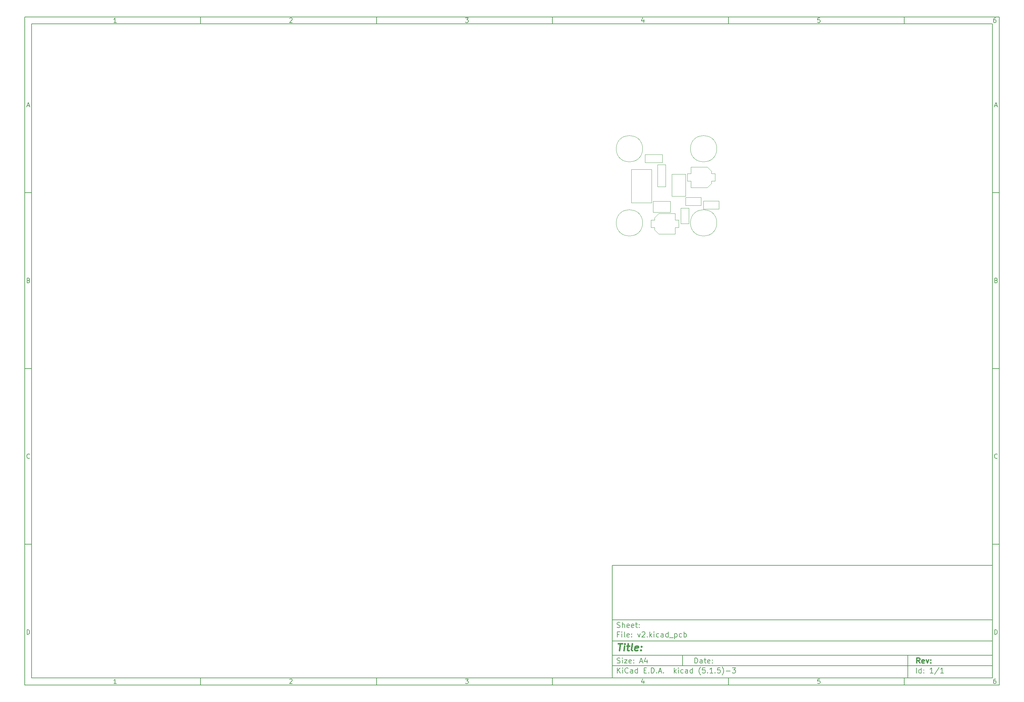
<source format=gbr>
G04 #@! TF.GenerationSoftware,KiCad,Pcbnew,(5.1.5)-3*
G04 #@! TF.CreationDate,2020-05-09T15:27:07-04:00*
G04 #@! TF.ProjectId,v2,76322e6b-6963-4616-945f-706362585858,rev?*
G04 #@! TF.SameCoordinates,Original*
G04 #@! TF.FileFunction,Other,User*
%FSLAX46Y46*%
G04 Gerber Fmt 4.6, Leading zero omitted, Abs format (unit mm)*
G04 Created by KiCad (PCBNEW (5.1.5)-3) date 2020-05-09 15:27:07*
%MOMM*%
%LPD*%
G04 APERTURE LIST*
%ADD10C,0.100000*%
%ADD11C,0.150000*%
%ADD12C,0.300000*%
%ADD13C,0.400000*%
%ADD14C,0.050000*%
G04 APERTURE END LIST*
D10*
D11*
X177002200Y-166007200D02*
X177002200Y-198007200D01*
X285002200Y-198007200D01*
X285002200Y-166007200D01*
X177002200Y-166007200D01*
D10*
D11*
X10000000Y-10000000D02*
X10000000Y-200007200D01*
X287002200Y-200007200D01*
X287002200Y-10000000D01*
X10000000Y-10000000D01*
D10*
D11*
X12000000Y-12000000D02*
X12000000Y-198007200D01*
X285002200Y-198007200D01*
X285002200Y-12000000D01*
X12000000Y-12000000D01*
D10*
D11*
X60000000Y-12000000D02*
X60000000Y-10000000D01*
D10*
D11*
X110000000Y-12000000D02*
X110000000Y-10000000D01*
D10*
D11*
X160000000Y-12000000D02*
X160000000Y-10000000D01*
D10*
D11*
X210000000Y-12000000D02*
X210000000Y-10000000D01*
D10*
D11*
X260000000Y-12000000D02*
X260000000Y-10000000D01*
D10*
D11*
X36065476Y-11588095D02*
X35322619Y-11588095D01*
X35694047Y-11588095D02*
X35694047Y-10288095D01*
X35570238Y-10473809D01*
X35446428Y-10597619D01*
X35322619Y-10659523D01*
D10*
D11*
X85322619Y-10411904D02*
X85384523Y-10350000D01*
X85508333Y-10288095D01*
X85817857Y-10288095D01*
X85941666Y-10350000D01*
X86003571Y-10411904D01*
X86065476Y-10535714D01*
X86065476Y-10659523D01*
X86003571Y-10845238D01*
X85260714Y-11588095D01*
X86065476Y-11588095D01*
D10*
D11*
X135260714Y-10288095D02*
X136065476Y-10288095D01*
X135632142Y-10783333D01*
X135817857Y-10783333D01*
X135941666Y-10845238D01*
X136003571Y-10907142D01*
X136065476Y-11030952D01*
X136065476Y-11340476D01*
X136003571Y-11464285D01*
X135941666Y-11526190D01*
X135817857Y-11588095D01*
X135446428Y-11588095D01*
X135322619Y-11526190D01*
X135260714Y-11464285D01*
D10*
D11*
X185941666Y-10721428D02*
X185941666Y-11588095D01*
X185632142Y-10226190D02*
X185322619Y-11154761D01*
X186127380Y-11154761D01*
D10*
D11*
X236003571Y-10288095D02*
X235384523Y-10288095D01*
X235322619Y-10907142D01*
X235384523Y-10845238D01*
X235508333Y-10783333D01*
X235817857Y-10783333D01*
X235941666Y-10845238D01*
X236003571Y-10907142D01*
X236065476Y-11030952D01*
X236065476Y-11340476D01*
X236003571Y-11464285D01*
X235941666Y-11526190D01*
X235817857Y-11588095D01*
X235508333Y-11588095D01*
X235384523Y-11526190D01*
X235322619Y-11464285D01*
D10*
D11*
X285941666Y-10288095D02*
X285694047Y-10288095D01*
X285570238Y-10350000D01*
X285508333Y-10411904D01*
X285384523Y-10597619D01*
X285322619Y-10845238D01*
X285322619Y-11340476D01*
X285384523Y-11464285D01*
X285446428Y-11526190D01*
X285570238Y-11588095D01*
X285817857Y-11588095D01*
X285941666Y-11526190D01*
X286003571Y-11464285D01*
X286065476Y-11340476D01*
X286065476Y-11030952D01*
X286003571Y-10907142D01*
X285941666Y-10845238D01*
X285817857Y-10783333D01*
X285570238Y-10783333D01*
X285446428Y-10845238D01*
X285384523Y-10907142D01*
X285322619Y-11030952D01*
D10*
D11*
X60000000Y-198007200D02*
X60000000Y-200007200D01*
D10*
D11*
X110000000Y-198007200D02*
X110000000Y-200007200D01*
D10*
D11*
X160000000Y-198007200D02*
X160000000Y-200007200D01*
D10*
D11*
X210000000Y-198007200D02*
X210000000Y-200007200D01*
D10*
D11*
X260000000Y-198007200D02*
X260000000Y-200007200D01*
D10*
D11*
X36065476Y-199595295D02*
X35322619Y-199595295D01*
X35694047Y-199595295D02*
X35694047Y-198295295D01*
X35570238Y-198481009D01*
X35446428Y-198604819D01*
X35322619Y-198666723D01*
D10*
D11*
X85322619Y-198419104D02*
X85384523Y-198357200D01*
X85508333Y-198295295D01*
X85817857Y-198295295D01*
X85941666Y-198357200D01*
X86003571Y-198419104D01*
X86065476Y-198542914D01*
X86065476Y-198666723D01*
X86003571Y-198852438D01*
X85260714Y-199595295D01*
X86065476Y-199595295D01*
D10*
D11*
X135260714Y-198295295D02*
X136065476Y-198295295D01*
X135632142Y-198790533D01*
X135817857Y-198790533D01*
X135941666Y-198852438D01*
X136003571Y-198914342D01*
X136065476Y-199038152D01*
X136065476Y-199347676D01*
X136003571Y-199471485D01*
X135941666Y-199533390D01*
X135817857Y-199595295D01*
X135446428Y-199595295D01*
X135322619Y-199533390D01*
X135260714Y-199471485D01*
D10*
D11*
X185941666Y-198728628D02*
X185941666Y-199595295D01*
X185632142Y-198233390D02*
X185322619Y-199161961D01*
X186127380Y-199161961D01*
D10*
D11*
X236003571Y-198295295D02*
X235384523Y-198295295D01*
X235322619Y-198914342D01*
X235384523Y-198852438D01*
X235508333Y-198790533D01*
X235817857Y-198790533D01*
X235941666Y-198852438D01*
X236003571Y-198914342D01*
X236065476Y-199038152D01*
X236065476Y-199347676D01*
X236003571Y-199471485D01*
X235941666Y-199533390D01*
X235817857Y-199595295D01*
X235508333Y-199595295D01*
X235384523Y-199533390D01*
X235322619Y-199471485D01*
D10*
D11*
X285941666Y-198295295D02*
X285694047Y-198295295D01*
X285570238Y-198357200D01*
X285508333Y-198419104D01*
X285384523Y-198604819D01*
X285322619Y-198852438D01*
X285322619Y-199347676D01*
X285384523Y-199471485D01*
X285446428Y-199533390D01*
X285570238Y-199595295D01*
X285817857Y-199595295D01*
X285941666Y-199533390D01*
X286003571Y-199471485D01*
X286065476Y-199347676D01*
X286065476Y-199038152D01*
X286003571Y-198914342D01*
X285941666Y-198852438D01*
X285817857Y-198790533D01*
X285570238Y-198790533D01*
X285446428Y-198852438D01*
X285384523Y-198914342D01*
X285322619Y-199038152D01*
D10*
D11*
X10000000Y-60000000D02*
X12000000Y-60000000D01*
D10*
D11*
X10000000Y-110000000D02*
X12000000Y-110000000D01*
D10*
D11*
X10000000Y-160000000D02*
X12000000Y-160000000D01*
D10*
D11*
X10690476Y-35216666D02*
X11309523Y-35216666D01*
X10566666Y-35588095D02*
X11000000Y-34288095D01*
X11433333Y-35588095D01*
D10*
D11*
X11092857Y-84907142D02*
X11278571Y-84969047D01*
X11340476Y-85030952D01*
X11402380Y-85154761D01*
X11402380Y-85340476D01*
X11340476Y-85464285D01*
X11278571Y-85526190D01*
X11154761Y-85588095D01*
X10659523Y-85588095D01*
X10659523Y-84288095D01*
X11092857Y-84288095D01*
X11216666Y-84350000D01*
X11278571Y-84411904D01*
X11340476Y-84535714D01*
X11340476Y-84659523D01*
X11278571Y-84783333D01*
X11216666Y-84845238D01*
X11092857Y-84907142D01*
X10659523Y-84907142D01*
D10*
D11*
X11402380Y-135464285D02*
X11340476Y-135526190D01*
X11154761Y-135588095D01*
X11030952Y-135588095D01*
X10845238Y-135526190D01*
X10721428Y-135402380D01*
X10659523Y-135278571D01*
X10597619Y-135030952D01*
X10597619Y-134845238D01*
X10659523Y-134597619D01*
X10721428Y-134473809D01*
X10845238Y-134350000D01*
X11030952Y-134288095D01*
X11154761Y-134288095D01*
X11340476Y-134350000D01*
X11402380Y-134411904D01*
D10*
D11*
X10659523Y-185588095D02*
X10659523Y-184288095D01*
X10969047Y-184288095D01*
X11154761Y-184350000D01*
X11278571Y-184473809D01*
X11340476Y-184597619D01*
X11402380Y-184845238D01*
X11402380Y-185030952D01*
X11340476Y-185278571D01*
X11278571Y-185402380D01*
X11154761Y-185526190D01*
X10969047Y-185588095D01*
X10659523Y-185588095D01*
D10*
D11*
X287002200Y-60000000D02*
X285002200Y-60000000D01*
D10*
D11*
X287002200Y-110000000D02*
X285002200Y-110000000D01*
D10*
D11*
X287002200Y-160000000D02*
X285002200Y-160000000D01*
D10*
D11*
X285692676Y-35216666D02*
X286311723Y-35216666D01*
X285568866Y-35588095D02*
X286002200Y-34288095D01*
X286435533Y-35588095D01*
D10*
D11*
X286095057Y-84907142D02*
X286280771Y-84969047D01*
X286342676Y-85030952D01*
X286404580Y-85154761D01*
X286404580Y-85340476D01*
X286342676Y-85464285D01*
X286280771Y-85526190D01*
X286156961Y-85588095D01*
X285661723Y-85588095D01*
X285661723Y-84288095D01*
X286095057Y-84288095D01*
X286218866Y-84350000D01*
X286280771Y-84411904D01*
X286342676Y-84535714D01*
X286342676Y-84659523D01*
X286280771Y-84783333D01*
X286218866Y-84845238D01*
X286095057Y-84907142D01*
X285661723Y-84907142D01*
D10*
D11*
X286404580Y-135464285D02*
X286342676Y-135526190D01*
X286156961Y-135588095D01*
X286033152Y-135588095D01*
X285847438Y-135526190D01*
X285723628Y-135402380D01*
X285661723Y-135278571D01*
X285599819Y-135030952D01*
X285599819Y-134845238D01*
X285661723Y-134597619D01*
X285723628Y-134473809D01*
X285847438Y-134350000D01*
X286033152Y-134288095D01*
X286156961Y-134288095D01*
X286342676Y-134350000D01*
X286404580Y-134411904D01*
D10*
D11*
X285661723Y-185588095D02*
X285661723Y-184288095D01*
X285971247Y-184288095D01*
X286156961Y-184350000D01*
X286280771Y-184473809D01*
X286342676Y-184597619D01*
X286404580Y-184845238D01*
X286404580Y-185030952D01*
X286342676Y-185278571D01*
X286280771Y-185402380D01*
X286156961Y-185526190D01*
X285971247Y-185588095D01*
X285661723Y-185588095D01*
D10*
D11*
X200434342Y-193785771D02*
X200434342Y-192285771D01*
X200791485Y-192285771D01*
X201005771Y-192357200D01*
X201148628Y-192500057D01*
X201220057Y-192642914D01*
X201291485Y-192928628D01*
X201291485Y-193142914D01*
X201220057Y-193428628D01*
X201148628Y-193571485D01*
X201005771Y-193714342D01*
X200791485Y-193785771D01*
X200434342Y-193785771D01*
X202577200Y-193785771D02*
X202577200Y-193000057D01*
X202505771Y-192857200D01*
X202362914Y-192785771D01*
X202077200Y-192785771D01*
X201934342Y-192857200D01*
X202577200Y-193714342D02*
X202434342Y-193785771D01*
X202077200Y-193785771D01*
X201934342Y-193714342D01*
X201862914Y-193571485D01*
X201862914Y-193428628D01*
X201934342Y-193285771D01*
X202077200Y-193214342D01*
X202434342Y-193214342D01*
X202577200Y-193142914D01*
X203077200Y-192785771D02*
X203648628Y-192785771D01*
X203291485Y-192285771D02*
X203291485Y-193571485D01*
X203362914Y-193714342D01*
X203505771Y-193785771D01*
X203648628Y-193785771D01*
X204720057Y-193714342D02*
X204577200Y-193785771D01*
X204291485Y-193785771D01*
X204148628Y-193714342D01*
X204077200Y-193571485D01*
X204077200Y-193000057D01*
X204148628Y-192857200D01*
X204291485Y-192785771D01*
X204577200Y-192785771D01*
X204720057Y-192857200D01*
X204791485Y-193000057D01*
X204791485Y-193142914D01*
X204077200Y-193285771D01*
X205434342Y-193642914D02*
X205505771Y-193714342D01*
X205434342Y-193785771D01*
X205362914Y-193714342D01*
X205434342Y-193642914D01*
X205434342Y-193785771D01*
X205434342Y-192857200D02*
X205505771Y-192928628D01*
X205434342Y-193000057D01*
X205362914Y-192928628D01*
X205434342Y-192857200D01*
X205434342Y-193000057D01*
D10*
D11*
X177002200Y-194507200D02*
X285002200Y-194507200D01*
D10*
D11*
X178434342Y-196585771D02*
X178434342Y-195085771D01*
X179291485Y-196585771D02*
X178648628Y-195728628D01*
X179291485Y-195085771D02*
X178434342Y-195942914D01*
X179934342Y-196585771D02*
X179934342Y-195585771D01*
X179934342Y-195085771D02*
X179862914Y-195157200D01*
X179934342Y-195228628D01*
X180005771Y-195157200D01*
X179934342Y-195085771D01*
X179934342Y-195228628D01*
X181505771Y-196442914D02*
X181434342Y-196514342D01*
X181220057Y-196585771D01*
X181077200Y-196585771D01*
X180862914Y-196514342D01*
X180720057Y-196371485D01*
X180648628Y-196228628D01*
X180577200Y-195942914D01*
X180577200Y-195728628D01*
X180648628Y-195442914D01*
X180720057Y-195300057D01*
X180862914Y-195157200D01*
X181077200Y-195085771D01*
X181220057Y-195085771D01*
X181434342Y-195157200D01*
X181505771Y-195228628D01*
X182791485Y-196585771D02*
X182791485Y-195800057D01*
X182720057Y-195657200D01*
X182577200Y-195585771D01*
X182291485Y-195585771D01*
X182148628Y-195657200D01*
X182791485Y-196514342D02*
X182648628Y-196585771D01*
X182291485Y-196585771D01*
X182148628Y-196514342D01*
X182077200Y-196371485D01*
X182077200Y-196228628D01*
X182148628Y-196085771D01*
X182291485Y-196014342D01*
X182648628Y-196014342D01*
X182791485Y-195942914D01*
X184148628Y-196585771D02*
X184148628Y-195085771D01*
X184148628Y-196514342D02*
X184005771Y-196585771D01*
X183720057Y-196585771D01*
X183577200Y-196514342D01*
X183505771Y-196442914D01*
X183434342Y-196300057D01*
X183434342Y-195871485D01*
X183505771Y-195728628D01*
X183577200Y-195657200D01*
X183720057Y-195585771D01*
X184005771Y-195585771D01*
X184148628Y-195657200D01*
X186005771Y-195800057D02*
X186505771Y-195800057D01*
X186720057Y-196585771D02*
X186005771Y-196585771D01*
X186005771Y-195085771D01*
X186720057Y-195085771D01*
X187362914Y-196442914D02*
X187434342Y-196514342D01*
X187362914Y-196585771D01*
X187291485Y-196514342D01*
X187362914Y-196442914D01*
X187362914Y-196585771D01*
X188077200Y-196585771D02*
X188077200Y-195085771D01*
X188434342Y-195085771D01*
X188648628Y-195157200D01*
X188791485Y-195300057D01*
X188862914Y-195442914D01*
X188934342Y-195728628D01*
X188934342Y-195942914D01*
X188862914Y-196228628D01*
X188791485Y-196371485D01*
X188648628Y-196514342D01*
X188434342Y-196585771D01*
X188077200Y-196585771D01*
X189577200Y-196442914D02*
X189648628Y-196514342D01*
X189577200Y-196585771D01*
X189505771Y-196514342D01*
X189577200Y-196442914D01*
X189577200Y-196585771D01*
X190220057Y-196157200D02*
X190934342Y-196157200D01*
X190077200Y-196585771D02*
X190577200Y-195085771D01*
X191077200Y-196585771D01*
X191577200Y-196442914D02*
X191648628Y-196514342D01*
X191577200Y-196585771D01*
X191505771Y-196514342D01*
X191577200Y-196442914D01*
X191577200Y-196585771D01*
X194577200Y-196585771D02*
X194577200Y-195085771D01*
X194720057Y-196014342D02*
X195148628Y-196585771D01*
X195148628Y-195585771D02*
X194577200Y-196157200D01*
X195791485Y-196585771D02*
X195791485Y-195585771D01*
X195791485Y-195085771D02*
X195720057Y-195157200D01*
X195791485Y-195228628D01*
X195862914Y-195157200D01*
X195791485Y-195085771D01*
X195791485Y-195228628D01*
X197148628Y-196514342D02*
X197005771Y-196585771D01*
X196720057Y-196585771D01*
X196577200Y-196514342D01*
X196505771Y-196442914D01*
X196434342Y-196300057D01*
X196434342Y-195871485D01*
X196505771Y-195728628D01*
X196577200Y-195657200D01*
X196720057Y-195585771D01*
X197005771Y-195585771D01*
X197148628Y-195657200D01*
X198434342Y-196585771D02*
X198434342Y-195800057D01*
X198362914Y-195657200D01*
X198220057Y-195585771D01*
X197934342Y-195585771D01*
X197791485Y-195657200D01*
X198434342Y-196514342D02*
X198291485Y-196585771D01*
X197934342Y-196585771D01*
X197791485Y-196514342D01*
X197720057Y-196371485D01*
X197720057Y-196228628D01*
X197791485Y-196085771D01*
X197934342Y-196014342D01*
X198291485Y-196014342D01*
X198434342Y-195942914D01*
X199791485Y-196585771D02*
X199791485Y-195085771D01*
X199791485Y-196514342D02*
X199648628Y-196585771D01*
X199362914Y-196585771D01*
X199220057Y-196514342D01*
X199148628Y-196442914D01*
X199077200Y-196300057D01*
X199077200Y-195871485D01*
X199148628Y-195728628D01*
X199220057Y-195657200D01*
X199362914Y-195585771D01*
X199648628Y-195585771D01*
X199791485Y-195657200D01*
X202077200Y-197157200D02*
X202005771Y-197085771D01*
X201862914Y-196871485D01*
X201791485Y-196728628D01*
X201720057Y-196514342D01*
X201648628Y-196157200D01*
X201648628Y-195871485D01*
X201720057Y-195514342D01*
X201791485Y-195300057D01*
X201862914Y-195157200D01*
X202005771Y-194942914D01*
X202077200Y-194871485D01*
X203362914Y-195085771D02*
X202648628Y-195085771D01*
X202577200Y-195800057D01*
X202648628Y-195728628D01*
X202791485Y-195657200D01*
X203148628Y-195657200D01*
X203291485Y-195728628D01*
X203362914Y-195800057D01*
X203434342Y-195942914D01*
X203434342Y-196300057D01*
X203362914Y-196442914D01*
X203291485Y-196514342D01*
X203148628Y-196585771D01*
X202791485Y-196585771D01*
X202648628Y-196514342D01*
X202577200Y-196442914D01*
X204077200Y-196442914D02*
X204148628Y-196514342D01*
X204077200Y-196585771D01*
X204005771Y-196514342D01*
X204077200Y-196442914D01*
X204077200Y-196585771D01*
X205577200Y-196585771D02*
X204720057Y-196585771D01*
X205148628Y-196585771D02*
X205148628Y-195085771D01*
X205005771Y-195300057D01*
X204862914Y-195442914D01*
X204720057Y-195514342D01*
X206220057Y-196442914D02*
X206291485Y-196514342D01*
X206220057Y-196585771D01*
X206148628Y-196514342D01*
X206220057Y-196442914D01*
X206220057Y-196585771D01*
X207648628Y-195085771D02*
X206934342Y-195085771D01*
X206862914Y-195800057D01*
X206934342Y-195728628D01*
X207077200Y-195657200D01*
X207434342Y-195657200D01*
X207577200Y-195728628D01*
X207648628Y-195800057D01*
X207720057Y-195942914D01*
X207720057Y-196300057D01*
X207648628Y-196442914D01*
X207577200Y-196514342D01*
X207434342Y-196585771D01*
X207077200Y-196585771D01*
X206934342Y-196514342D01*
X206862914Y-196442914D01*
X208220057Y-197157200D02*
X208291485Y-197085771D01*
X208434342Y-196871485D01*
X208505771Y-196728628D01*
X208577200Y-196514342D01*
X208648628Y-196157200D01*
X208648628Y-195871485D01*
X208577200Y-195514342D01*
X208505771Y-195300057D01*
X208434342Y-195157200D01*
X208291485Y-194942914D01*
X208220057Y-194871485D01*
X209362914Y-196014342D02*
X210505771Y-196014342D01*
X211077200Y-195085771D02*
X212005771Y-195085771D01*
X211505771Y-195657200D01*
X211720057Y-195657200D01*
X211862914Y-195728628D01*
X211934342Y-195800057D01*
X212005771Y-195942914D01*
X212005771Y-196300057D01*
X211934342Y-196442914D01*
X211862914Y-196514342D01*
X211720057Y-196585771D01*
X211291485Y-196585771D01*
X211148628Y-196514342D01*
X211077200Y-196442914D01*
D10*
D11*
X177002200Y-191507200D02*
X285002200Y-191507200D01*
D10*
D12*
X264411485Y-193785771D02*
X263911485Y-193071485D01*
X263554342Y-193785771D02*
X263554342Y-192285771D01*
X264125771Y-192285771D01*
X264268628Y-192357200D01*
X264340057Y-192428628D01*
X264411485Y-192571485D01*
X264411485Y-192785771D01*
X264340057Y-192928628D01*
X264268628Y-193000057D01*
X264125771Y-193071485D01*
X263554342Y-193071485D01*
X265625771Y-193714342D02*
X265482914Y-193785771D01*
X265197200Y-193785771D01*
X265054342Y-193714342D01*
X264982914Y-193571485D01*
X264982914Y-193000057D01*
X265054342Y-192857200D01*
X265197200Y-192785771D01*
X265482914Y-192785771D01*
X265625771Y-192857200D01*
X265697200Y-193000057D01*
X265697200Y-193142914D01*
X264982914Y-193285771D01*
X266197200Y-192785771D02*
X266554342Y-193785771D01*
X266911485Y-192785771D01*
X267482914Y-193642914D02*
X267554342Y-193714342D01*
X267482914Y-193785771D01*
X267411485Y-193714342D01*
X267482914Y-193642914D01*
X267482914Y-193785771D01*
X267482914Y-192857200D02*
X267554342Y-192928628D01*
X267482914Y-193000057D01*
X267411485Y-192928628D01*
X267482914Y-192857200D01*
X267482914Y-193000057D01*
D10*
D11*
X178362914Y-193714342D02*
X178577200Y-193785771D01*
X178934342Y-193785771D01*
X179077200Y-193714342D01*
X179148628Y-193642914D01*
X179220057Y-193500057D01*
X179220057Y-193357200D01*
X179148628Y-193214342D01*
X179077200Y-193142914D01*
X178934342Y-193071485D01*
X178648628Y-193000057D01*
X178505771Y-192928628D01*
X178434342Y-192857200D01*
X178362914Y-192714342D01*
X178362914Y-192571485D01*
X178434342Y-192428628D01*
X178505771Y-192357200D01*
X178648628Y-192285771D01*
X179005771Y-192285771D01*
X179220057Y-192357200D01*
X179862914Y-193785771D02*
X179862914Y-192785771D01*
X179862914Y-192285771D02*
X179791485Y-192357200D01*
X179862914Y-192428628D01*
X179934342Y-192357200D01*
X179862914Y-192285771D01*
X179862914Y-192428628D01*
X180434342Y-192785771D02*
X181220057Y-192785771D01*
X180434342Y-193785771D01*
X181220057Y-193785771D01*
X182362914Y-193714342D02*
X182220057Y-193785771D01*
X181934342Y-193785771D01*
X181791485Y-193714342D01*
X181720057Y-193571485D01*
X181720057Y-193000057D01*
X181791485Y-192857200D01*
X181934342Y-192785771D01*
X182220057Y-192785771D01*
X182362914Y-192857200D01*
X182434342Y-193000057D01*
X182434342Y-193142914D01*
X181720057Y-193285771D01*
X183077200Y-193642914D02*
X183148628Y-193714342D01*
X183077200Y-193785771D01*
X183005771Y-193714342D01*
X183077200Y-193642914D01*
X183077200Y-193785771D01*
X183077200Y-192857200D02*
X183148628Y-192928628D01*
X183077200Y-193000057D01*
X183005771Y-192928628D01*
X183077200Y-192857200D01*
X183077200Y-193000057D01*
X184862914Y-193357200D02*
X185577200Y-193357200D01*
X184720057Y-193785771D02*
X185220057Y-192285771D01*
X185720057Y-193785771D01*
X186862914Y-192785771D02*
X186862914Y-193785771D01*
X186505771Y-192214342D02*
X186148628Y-193285771D01*
X187077200Y-193285771D01*
D10*
D11*
X263434342Y-196585771D02*
X263434342Y-195085771D01*
X264791485Y-196585771D02*
X264791485Y-195085771D01*
X264791485Y-196514342D02*
X264648628Y-196585771D01*
X264362914Y-196585771D01*
X264220057Y-196514342D01*
X264148628Y-196442914D01*
X264077200Y-196300057D01*
X264077200Y-195871485D01*
X264148628Y-195728628D01*
X264220057Y-195657200D01*
X264362914Y-195585771D01*
X264648628Y-195585771D01*
X264791485Y-195657200D01*
X265505771Y-196442914D02*
X265577200Y-196514342D01*
X265505771Y-196585771D01*
X265434342Y-196514342D01*
X265505771Y-196442914D01*
X265505771Y-196585771D01*
X265505771Y-195657200D02*
X265577200Y-195728628D01*
X265505771Y-195800057D01*
X265434342Y-195728628D01*
X265505771Y-195657200D01*
X265505771Y-195800057D01*
X268148628Y-196585771D02*
X267291485Y-196585771D01*
X267720057Y-196585771D02*
X267720057Y-195085771D01*
X267577200Y-195300057D01*
X267434342Y-195442914D01*
X267291485Y-195514342D01*
X269862914Y-195014342D02*
X268577200Y-196942914D01*
X271148628Y-196585771D02*
X270291485Y-196585771D01*
X270720057Y-196585771D02*
X270720057Y-195085771D01*
X270577200Y-195300057D01*
X270434342Y-195442914D01*
X270291485Y-195514342D01*
D10*
D11*
X177002200Y-187507200D02*
X285002200Y-187507200D01*
D10*
D13*
X178714580Y-188211961D02*
X179857438Y-188211961D01*
X179036009Y-190211961D02*
X179286009Y-188211961D01*
X180274104Y-190211961D02*
X180440771Y-188878628D01*
X180524104Y-188211961D02*
X180416961Y-188307200D01*
X180500295Y-188402438D01*
X180607438Y-188307200D01*
X180524104Y-188211961D01*
X180500295Y-188402438D01*
X181107438Y-188878628D02*
X181869342Y-188878628D01*
X181476485Y-188211961D02*
X181262200Y-189926247D01*
X181333628Y-190116723D01*
X181512200Y-190211961D01*
X181702676Y-190211961D01*
X182655057Y-190211961D02*
X182476485Y-190116723D01*
X182405057Y-189926247D01*
X182619342Y-188211961D01*
X184190771Y-190116723D02*
X183988390Y-190211961D01*
X183607438Y-190211961D01*
X183428866Y-190116723D01*
X183357438Y-189926247D01*
X183452676Y-189164342D01*
X183571723Y-188973866D01*
X183774104Y-188878628D01*
X184155057Y-188878628D01*
X184333628Y-188973866D01*
X184405057Y-189164342D01*
X184381247Y-189354819D01*
X183405057Y-189545295D01*
X185155057Y-190021485D02*
X185238390Y-190116723D01*
X185131247Y-190211961D01*
X185047914Y-190116723D01*
X185155057Y-190021485D01*
X185131247Y-190211961D01*
X185286009Y-188973866D02*
X185369342Y-189069104D01*
X185262200Y-189164342D01*
X185178866Y-189069104D01*
X185286009Y-188973866D01*
X185262200Y-189164342D01*
D10*
D11*
X178934342Y-185600057D02*
X178434342Y-185600057D01*
X178434342Y-186385771D02*
X178434342Y-184885771D01*
X179148628Y-184885771D01*
X179720057Y-186385771D02*
X179720057Y-185385771D01*
X179720057Y-184885771D02*
X179648628Y-184957200D01*
X179720057Y-185028628D01*
X179791485Y-184957200D01*
X179720057Y-184885771D01*
X179720057Y-185028628D01*
X180648628Y-186385771D02*
X180505771Y-186314342D01*
X180434342Y-186171485D01*
X180434342Y-184885771D01*
X181791485Y-186314342D02*
X181648628Y-186385771D01*
X181362914Y-186385771D01*
X181220057Y-186314342D01*
X181148628Y-186171485D01*
X181148628Y-185600057D01*
X181220057Y-185457200D01*
X181362914Y-185385771D01*
X181648628Y-185385771D01*
X181791485Y-185457200D01*
X181862914Y-185600057D01*
X181862914Y-185742914D01*
X181148628Y-185885771D01*
X182505771Y-186242914D02*
X182577200Y-186314342D01*
X182505771Y-186385771D01*
X182434342Y-186314342D01*
X182505771Y-186242914D01*
X182505771Y-186385771D01*
X182505771Y-185457200D02*
X182577200Y-185528628D01*
X182505771Y-185600057D01*
X182434342Y-185528628D01*
X182505771Y-185457200D01*
X182505771Y-185600057D01*
X184220057Y-185385771D02*
X184577200Y-186385771D01*
X184934342Y-185385771D01*
X185434342Y-185028628D02*
X185505771Y-184957200D01*
X185648628Y-184885771D01*
X186005771Y-184885771D01*
X186148628Y-184957200D01*
X186220057Y-185028628D01*
X186291485Y-185171485D01*
X186291485Y-185314342D01*
X186220057Y-185528628D01*
X185362914Y-186385771D01*
X186291485Y-186385771D01*
X186934342Y-186242914D02*
X187005771Y-186314342D01*
X186934342Y-186385771D01*
X186862914Y-186314342D01*
X186934342Y-186242914D01*
X186934342Y-186385771D01*
X187648628Y-186385771D02*
X187648628Y-184885771D01*
X187791485Y-185814342D02*
X188220057Y-186385771D01*
X188220057Y-185385771D02*
X187648628Y-185957200D01*
X188862914Y-186385771D02*
X188862914Y-185385771D01*
X188862914Y-184885771D02*
X188791485Y-184957200D01*
X188862914Y-185028628D01*
X188934342Y-184957200D01*
X188862914Y-184885771D01*
X188862914Y-185028628D01*
X190220057Y-186314342D02*
X190077200Y-186385771D01*
X189791485Y-186385771D01*
X189648628Y-186314342D01*
X189577200Y-186242914D01*
X189505771Y-186100057D01*
X189505771Y-185671485D01*
X189577200Y-185528628D01*
X189648628Y-185457200D01*
X189791485Y-185385771D01*
X190077200Y-185385771D01*
X190220057Y-185457200D01*
X191505771Y-186385771D02*
X191505771Y-185600057D01*
X191434342Y-185457200D01*
X191291485Y-185385771D01*
X191005771Y-185385771D01*
X190862914Y-185457200D01*
X191505771Y-186314342D02*
X191362914Y-186385771D01*
X191005771Y-186385771D01*
X190862914Y-186314342D01*
X190791485Y-186171485D01*
X190791485Y-186028628D01*
X190862914Y-185885771D01*
X191005771Y-185814342D01*
X191362914Y-185814342D01*
X191505771Y-185742914D01*
X192862914Y-186385771D02*
X192862914Y-184885771D01*
X192862914Y-186314342D02*
X192720057Y-186385771D01*
X192434342Y-186385771D01*
X192291485Y-186314342D01*
X192220057Y-186242914D01*
X192148628Y-186100057D01*
X192148628Y-185671485D01*
X192220057Y-185528628D01*
X192291485Y-185457200D01*
X192434342Y-185385771D01*
X192720057Y-185385771D01*
X192862914Y-185457200D01*
X193220057Y-186528628D02*
X194362914Y-186528628D01*
X194720057Y-185385771D02*
X194720057Y-186885771D01*
X194720057Y-185457200D02*
X194862914Y-185385771D01*
X195148628Y-185385771D01*
X195291485Y-185457200D01*
X195362914Y-185528628D01*
X195434342Y-185671485D01*
X195434342Y-186100057D01*
X195362914Y-186242914D01*
X195291485Y-186314342D01*
X195148628Y-186385771D01*
X194862914Y-186385771D01*
X194720057Y-186314342D01*
X196720057Y-186314342D02*
X196577200Y-186385771D01*
X196291485Y-186385771D01*
X196148628Y-186314342D01*
X196077200Y-186242914D01*
X196005771Y-186100057D01*
X196005771Y-185671485D01*
X196077200Y-185528628D01*
X196148628Y-185457200D01*
X196291485Y-185385771D01*
X196577200Y-185385771D01*
X196720057Y-185457200D01*
X197362914Y-186385771D02*
X197362914Y-184885771D01*
X197362914Y-185457200D02*
X197505771Y-185385771D01*
X197791485Y-185385771D01*
X197934342Y-185457200D01*
X198005771Y-185528628D01*
X198077200Y-185671485D01*
X198077200Y-186100057D01*
X198005771Y-186242914D01*
X197934342Y-186314342D01*
X197791485Y-186385771D01*
X197505771Y-186385771D01*
X197362914Y-186314342D01*
D10*
D11*
X177002200Y-181507200D02*
X285002200Y-181507200D01*
D10*
D11*
X178362914Y-183614342D02*
X178577200Y-183685771D01*
X178934342Y-183685771D01*
X179077200Y-183614342D01*
X179148628Y-183542914D01*
X179220057Y-183400057D01*
X179220057Y-183257200D01*
X179148628Y-183114342D01*
X179077200Y-183042914D01*
X178934342Y-182971485D01*
X178648628Y-182900057D01*
X178505771Y-182828628D01*
X178434342Y-182757200D01*
X178362914Y-182614342D01*
X178362914Y-182471485D01*
X178434342Y-182328628D01*
X178505771Y-182257200D01*
X178648628Y-182185771D01*
X179005771Y-182185771D01*
X179220057Y-182257200D01*
X179862914Y-183685771D02*
X179862914Y-182185771D01*
X180505771Y-183685771D02*
X180505771Y-182900057D01*
X180434342Y-182757200D01*
X180291485Y-182685771D01*
X180077200Y-182685771D01*
X179934342Y-182757200D01*
X179862914Y-182828628D01*
X181791485Y-183614342D02*
X181648628Y-183685771D01*
X181362914Y-183685771D01*
X181220057Y-183614342D01*
X181148628Y-183471485D01*
X181148628Y-182900057D01*
X181220057Y-182757200D01*
X181362914Y-182685771D01*
X181648628Y-182685771D01*
X181791485Y-182757200D01*
X181862914Y-182900057D01*
X181862914Y-183042914D01*
X181148628Y-183185771D01*
X183077200Y-183614342D02*
X182934342Y-183685771D01*
X182648628Y-183685771D01*
X182505771Y-183614342D01*
X182434342Y-183471485D01*
X182434342Y-182900057D01*
X182505771Y-182757200D01*
X182648628Y-182685771D01*
X182934342Y-182685771D01*
X183077200Y-182757200D01*
X183148628Y-182900057D01*
X183148628Y-183042914D01*
X182434342Y-183185771D01*
X183577200Y-182685771D02*
X184148628Y-182685771D01*
X183791485Y-182185771D02*
X183791485Y-183471485D01*
X183862914Y-183614342D01*
X184005771Y-183685771D01*
X184148628Y-183685771D01*
X184648628Y-183542914D02*
X184720057Y-183614342D01*
X184648628Y-183685771D01*
X184577200Y-183614342D01*
X184648628Y-183542914D01*
X184648628Y-183685771D01*
X184648628Y-182757200D02*
X184720057Y-182828628D01*
X184648628Y-182900057D01*
X184577200Y-182828628D01*
X184648628Y-182757200D01*
X184648628Y-182900057D01*
D10*
D11*
X197002200Y-191507200D02*
X197002200Y-194507200D01*
D10*
D11*
X261002200Y-191507200D02*
X261002200Y-198007200D01*
D14*
X206696000Y-47498000D02*
G75*
G03X206696000Y-47498000I-3750000J0D01*
G01*
X206696000Y-68580000D02*
G75*
G03X206696000Y-68580000I-3750000J0D01*
G01*
X185614000Y-68580000D02*
G75*
G03X185614000Y-68580000I-3750000J0D01*
G01*
X185614000Y-47498000D02*
G75*
G03X185614000Y-47498000I-3750000J0D01*
G01*
X182423000Y-53379500D02*
X182423000Y-62839500D01*
X188163000Y-53379500D02*
X182423000Y-53379500D01*
X188163000Y-62839500D02*
X188163000Y-53379500D01*
X182423000Y-62839500D02*
X188163000Y-62839500D01*
X189858000Y-58293500D02*
X189858000Y-52053500D01*
X192158000Y-58293500D02*
X189858000Y-58293500D01*
X192158000Y-52053500D02*
X192158000Y-58293500D01*
X189858000Y-52053500D02*
X192158000Y-52053500D01*
X191208500Y-51412000D02*
X186308500Y-51412000D01*
X191208500Y-49172000D02*
X191208500Y-51412000D01*
X186308500Y-49172000D02*
X191208500Y-49172000D01*
X186308500Y-51412000D02*
X186308500Y-49172000D01*
X202902000Y-62350000D02*
X202902000Y-64650000D01*
X207302000Y-64650000D02*
X202902000Y-64650000D01*
X207302000Y-62350000D02*
X207302000Y-64650000D01*
X202902000Y-62350000D02*
X207302000Y-62350000D01*
X198762000Y-64348000D02*
X196462000Y-64348000D01*
X196462000Y-68748000D02*
X196462000Y-64348000D01*
X198762000Y-68748000D02*
X196462000Y-68748000D01*
X198762000Y-64348000D02*
X198762000Y-68748000D01*
X197828000Y-61334000D02*
X197828000Y-63634000D01*
X202228000Y-63634000D02*
X197828000Y-63634000D01*
X202228000Y-61334000D02*
X202228000Y-63634000D01*
X197828000Y-61334000D02*
X202228000Y-61334000D01*
X206220000Y-54576000D02*
X205170000Y-54576000D01*
X206220000Y-56676000D02*
X206220000Y-54576000D01*
X205170000Y-56676000D02*
X206220000Y-56676000D01*
X205170000Y-54576000D02*
X205170000Y-53876000D01*
X205170000Y-57376000D02*
X205170000Y-56676000D01*
X205170000Y-57376000D02*
X204020000Y-58526000D01*
X205170000Y-53876000D02*
X204020000Y-52726000D01*
X204020000Y-58526000D02*
X199370000Y-58526000D01*
X204020000Y-52726000D02*
X199370000Y-52726000D01*
X199370000Y-54576000D02*
X199370000Y-52726000D01*
X198320000Y-54576000D02*
X199370000Y-54576000D01*
X198320000Y-56676000D02*
X198320000Y-54576000D01*
X199370000Y-56676000D02*
X198320000Y-56676000D01*
X199370000Y-58526000D02*
X199370000Y-56676000D01*
X187988000Y-69884000D02*
X189038000Y-69884000D01*
X187988000Y-67784000D02*
X187988000Y-69884000D01*
X189038000Y-67784000D02*
X187988000Y-67784000D01*
X189038000Y-69884000D02*
X189038000Y-70584000D01*
X189038000Y-67084000D02*
X189038000Y-67784000D01*
X189038000Y-67084000D02*
X190188000Y-65934000D01*
X189038000Y-70584000D02*
X190188000Y-71734000D01*
X190188000Y-65934000D02*
X194838000Y-65934000D01*
X190188000Y-71734000D02*
X194838000Y-71734000D01*
X194838000Y-69884000D02*
X194838000Y-71734000D01*
X195888000Y-69884000D02*
X194838000Y-69884000D01*
X195888000Y-67784000D02*
X195888000Y-69884000D01*
X194838000Y-67784000D02*
X195888000Y-67784000D01*
X194838000Y-65934000D02*
X194838000Y-67784000D01*
X193884000Y-60971000D02*
X193884000Y-54731000D01*
X197784000Y-60971000D02*
X193884000Y-60971000D01*
X197784000Y-54731000D02*
X197784000Y-60971000D01*
X193884000Y-54731000D02*
X197784000Y-54731000D01*
X193494500Y-65588000D02*
X188594500Y-65588000D01*
X193494500Y-62428000D02*
X193494500Y-65588000D01*
X188594500Y-62428000D02*
X193494500Y-62428000D01*
X188594500Y-65588000D02*
X188594500Y-62428000D01*
M02*

</source>
